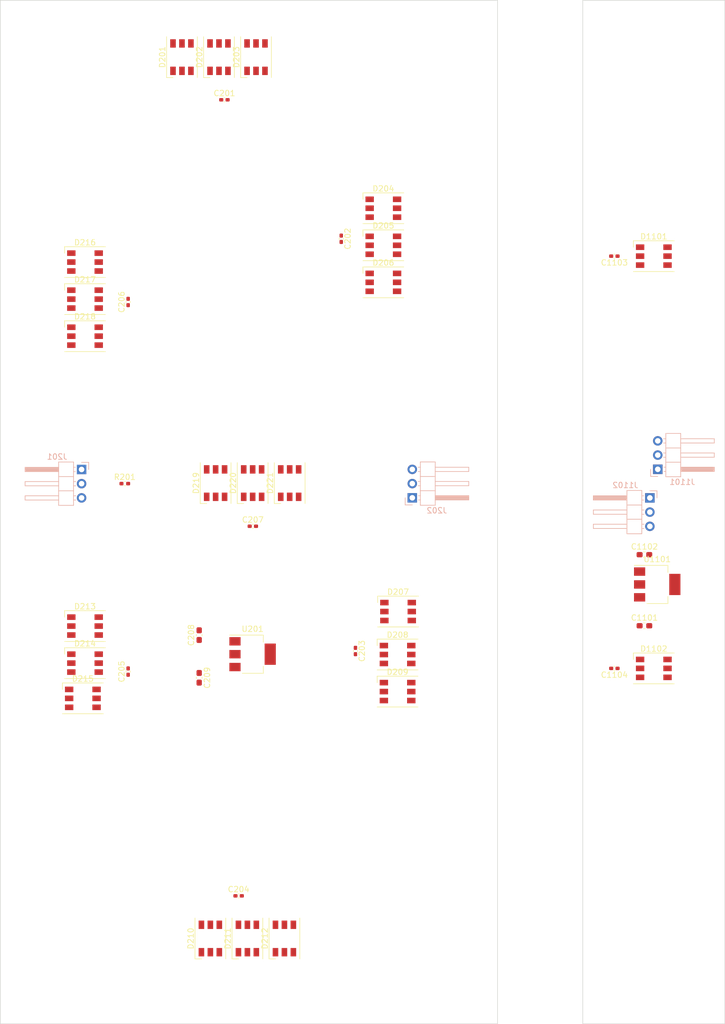
<source format=kicad_pcb>
(kicad_pcb (version 20221018) (generator pcbnew)
  (layers (0 "F.Cu" signal) (31 "B.Cu" signal) (34 "B.Paste" user) (35 "F.Paste" user) (36 "B.SilkS" user "B.Silkscreen") (37 "F.SilkS" user "F.Silkscreen") (38 "B.Mask" user) (39 "F.Mask" user) (44 "Edge.Cuts" user))
  (net 0 "")
  (net 1 "/Day 100s/V5_0")
  (net 2 "/Day 100s/GND")
  (net 3 "/Day 100s/VIN_12V")
  (net 4 "/Colon 1/VIN_12V")
  (net 5 "/Colon 1/GND")
  (net 6 "/Colon 1/V5_0")
  (net 7 "/Day 100s/A-B")
  (net 8 "/Day 100s/DATA_IN")
  (net 9 "/Day 100s/B-C")
  (net 10 "/Day 100s/C-D")
  (net 11 "/Day 100s/D-E")
  (net 12 "/Day 100s/E-F")
  (net 13 "/Day 100s/F-G")
  (net 14 "/Day 100s/DATA_OUT")
  (net 15 "/Colon 1/DATA_OUT")
  (net 16 "/Colon 1/DATA_IN")
  (net 17 "Net-(J201-Pin_2)")
  (footprint "Package_TO_SOT_SMD:SOT-223-3_TabPin2" (layer "F.Cu") (at 62.89 129.54)
    (fp_text reference "U201" (at 0 -4.5) (layer "F.SilkS"))
    (fp_text value "AZ1117-5.0")
    (pad "1" smd rect (at -3.15 -2.3) (size 2 1.5) (layers "F.Cu" "F.Paste" "F.Mask") (net 2 "/Day 100s/GND"))
    (pad "2" smd rect (at -3.15 0) (size 2 1.5) (layers "F.Cu" "F.Paste" "F.Mask") (net 1 "/Day 100s/V5_0"))
    (pad "2" smd rect (at 3.15 0) (size 2 3.8) (layers "F.Cu" "F.Paste" "F.Mask") (net 1 "/Day 100s/V5_0"))
    (pad "3" smd rect (at -3.15 2.3) (size 2 1.5) (layers "F.Cu" "F.Paste" "F.Mask") (net 3 "/Day 100s/VIN_12V"))
  )
  (footprint "LED_SMD:LED_WS2812_PLCC6_5.0x5.0mm_P1.6mm" (layer "F.Cu") (at 32.93 124.52)
    (fp_text reference "D213" (at 0 -3.5) (layer "F.SilkS"))
    (fp_text value "WS2813B")
    (pad "1" smd rect (at -2.45 -1.6) (size 1.5 1) (layers "F.Cu" "F.Paste" "F.Mask") (net 11 "/Day 100s/D-E"))
    (pad "2" smd rect (at -2.45 0) (size 1.5 1) (layers "F.Cu" "F.Paste" "F.Mask") (net 1 "/Day 100s/V5_0"))
    (pad "3" smd rect (at -2.45 1.6) (size 1.5 1) (layers "F.Cu" "F.Paste" "F.Mask") (net 11 "/Day 100s/D-E"))
    (pad "4" smd rect (at 2.45 1.6) (size 1.5 1) (layers "F.Cu" "F.Paste" "F.Mask") (net 10 "/Day 100s/C-D"))
    (pad "5" smd rect (at 2.45 0) (size 1.5 1) (layers "F.Cu" "F.Paste" "F.Mask") (net 2 "/Day 100s/GND"))
    (pad "6" smd rect (at 2.45 -1.6) (size 1.5 1) (layers "F.Cu" "F.Paste" "F.Mask") (net 10 "/Day 100s/C-D"))
  )
  (footprint "Package_TO_SOT_SMD:SOT-223-3_TabPin2" (layer "F.Cu") (at 135.23 117.08)
    (fp_text reference "U1101" (at 0 -4.5) (layer "F.SilkS"))
    (fp_text value "AZ1117-5.0")
    (pad "1" smd rect (at -3.15 -2.3) (size 2 1.5) (layers "F.Cu" "F.Paste" "F.Mask") (net 5 "/Colon 1/GND"))
    (pad "2" smd rect (at -3.15 0) (size 2 1.5) (layers "F.Cu" "F.Paste" "F.Mask") (net 6 "/Colon 1/V5_0"))
    (pad "2" smd rect (at 3.15 0) (size 2 3.8) (layers "F.Cu" "F.Paste" "F.Mask") (net 6 "/Colon 1/V5_0"))
    (pad "3" smd rect (at -3.15 2.3) (size 2 1.5) (layers "F.Cu" "F.Paste" "F.Mask") (net 4 "/Colon 1/VIN_12V"))
  )
  (footprint "LED_SMD:LED_WS2812_PLCC6_5.0x5.0mm_P1.6mm" (layer "F.Cu") (at 32.93 72.72)
    (fp_text reference "D218" (at 0 -3.5) (layer "F.SilkS"))
    (fp_text value "WS2813B")
    (pad "1" smd rect (at -2.45 -1.6) (size 1.5 1) (layers "F.Cu" "F.Paste" "F.Mask") (net 13 "/Day 100s/F-G"))
    (pad "2" smd rect (at -2.45 0) (size 1.5 1) (layers "F.Cu" "F.Paste" "F.Mask") (net 1 "/Day 100s/V5_0"))
    (pad "3" smd rect (at -2.45 1.6) (size 1.5 1) (layers "F.Cu" "F.Paste" "F.Mask") (net 13 "/Day 100s/F-G"))
    (pad "4" smd rect (at 2.45 1.6) (size 1.5 1) (layers "F.Cu" "F.Paste" "F.Mask") (net 12 "/Day 100s/E-F"))
    (pad "5" smd rect (at 2.45 0) (size 1.5 1) (layers "F.Cu" "F.Paste" "F.Mask") (net 2 "/Day 100s/GND"))
    (pad "6" smd rect (at 2.45 -1.6) (size 1.5 1) (layers "F.Cu" "F.Paste" "F.Mask") (net 12 "/Day 100s/E-F"))
  )
  (footprint "LED_SMD:LED_WS2812_PLCC6_5.0x5.0mm_P1.6mm" (layer "F.Cu") (at 88.9 121.92)
    (fp_text reference "D207" (at 0 -3.5) (layer "F.SilkS"))
    (fp_text value "WS2813B")
    (pad "1" smd rect (at -2.45 -1.6) (size 1.5 1) (layers "F.Cu" "F.Paste" "F.Mask") (net 10 "/Day 100s/C-D"))
    (pad "2" smd rect (at -2.45 0) (size 1.5 1) (layers "F.Cu" "F.Paste" "F.Mask") (net 1 "/Day 100s/V5_0"))
    (pad "3" smd rect (at -2.45 1.6) (size 1.5 1) (layers "F.Cu" "F.Paste" "F.Mask") (net 10 "/Day 100s/C-D"))
    (pad "4" smd rect (at 2.45 1.6) (size 1.5 1) (layers "F.Cu" "F.Paste" "F.Mask") (net 9 "/Day 100s/B-C"))
    (pad "5" smd rect (at 2.45 0) (size 1.5 1) (layers "F.Cu" "F.Paste" "F.Mask") (net 2 "/Day 100s/GND"))
    (pad "6" smd rect (at 2.45 -1.6) (size 1.5 1) (layers "F.Cu" "F.Paste" "F.Mask") (net 9 "/Day 100s/B-C"))
  )
  (footprint "LED_SMD:LED_WS2812_PLCC6_5.0x5.0mm_P1.6mm" (layer "F.Cu") (at 134.62 132.08)
    (fp_text reference "D1102" (at 0 -3.5) (layer "F.SilkS"))
    (fp_text value "WS2813B")
    (pad "1" smd rect (at -2.45 -1.6) (size 1.5 1) (layers "F.Cu" "F.Paste" "F.Mask") (net 15 "/Colon 1/DATA_OUT"))
    (pad "2" smd rect (at -2.45 0) (size 1.5 1) (layers "F.Cu" "F.Paste" "F.Mask") (net 6 "/Colon 1/V5_0"))
    (pad "3" smd rect (at -2.45 1.6) (size 1.5 1) (layers "F.Cu" "F.Paste" "F.Mask") (net 15 "/Colon 1/DATA_OUT"))
    (pad "4" smd rect (at 2.45 1.6) (size 1.5 1) (layers "F.Cu" "F.Paste" "F.Mask") (net 16 "/Colon 1/DATA_IN"))
    (pad "5" smd rect (at 2.45 0) (size 1.5 1) (layers "F.Cu" "F.Paste" "F.Mask") (net 5 "/Colon 1/GND"))
    (pad "6" smd rect (at 2.45 -1.6) (size 1.5 1) (layers "F.Cu" "F.Paste" "F.Mask") (net 16 "/Colon 1/DATA_IN"))
  )
  (footprint "Resistor_SMD:R_0402_1005Metric_Pad0.72x0.64mm_HandSolder" (layer "F.Cu") (at 40.0425 99.06)
    (fp_text reference "R201" (at 0 -1.17) (layer "F.SilkS"))
    (fp_text value "220Ω")
    (pad "1" smd roundrect (at -0.5975 0) (size 0.715 0.64) (layers "F.Cu" "F.Paste" "F.Mask") (net 17 "Net-(J201-Pin_2)"))
    (pad "2" smd roundrect (at 0.5975 0) (size 0.715 0.64) (layers "F.Cu" "F.Paste" "F.Mask") (net 8 "/Day 100s/DATA_IN"))
  )
  (footprint "LED_SMD:LED_WS2812_PLCC6_5.0x5.0mm_P1.6mm" (layer "F.Cu") (at 88.81 136.22)
    (fp_text reference "D209" (at 0 -3.5) (layer "F.SilkS"))
    (fp_text value "WS2813B")
    (pad "1" smd rect (at -2.45 -1.6) (size 1.5 1) (layers "F.Cu" "F.Paste" "F.Mask") (net 10 "/Day 100s/C-D"))
    (pad "2" smd rect (at -2.45 0) (size 1.5 1) (layers "F.Cu" "F.Paste" "F.Mask") (net 1 "/Day 100s/V5_0"))
    (pad "3" smd rect (at -2.45 1.6) (size 1.5 1) (layers "F.Cu" "F.Paste" "F.Mask") (net 10 "/Day 100s/C-D"))
    (pad "4" smd rect (at 2.45 1.6) (size 1.5 1) (layers "F.Cu" "F.Paste" "F.Mask") (net 9 "/Day 100s/B-C"))
    (pad "5" smd rect (at 2.45 0) (size 1.5 1) (layers "F.Cu" "F.Paste" "F.Mask") (net 2 "/Day 100s/GND"))
    (pad "6" smd rect (at 2.45 -1.6) (size 1.5 1) (layers "F.Cu" "F.Paste" "F.Mask") (net 9 "/Day 100s/B-C"))
  )
  (footprint "Capacitor_SMD:C_0402_1005Metric_Pad0.74x0.62mm_HandSolder" (layer "F.Cu") (at 78.74 55.3125 -90)
    (fp_text reference "C202" (at 0 -1.16 90) (layer "F.SilkS"))
    (fp_text value "1uF")
    (pad "1" smd roundrect (at -0.5675 0 270) (size 0.735 0.62) (layers "F.Cu" "F.Paste" "F.Mask") (net 1 "/Day 100s/V5_0"))
    (pad "2" smd roundrect (at 0.5675 0 270) (size 0.735 0.62) (layers "F.Cu" "F.Paste" "F.Mask") (net 2 "/Day 100s/GND"))
  )
  (footprint "LED_SMD:LED_WS2812_PLCC6_5.0x5.0mm_P1.6mm" (layer "F.Cu") (at 56.28 98.969999 90)
    (fp_text reference "D219" (at 0 -3.5 90) (layer "F.SilkS"))
    (fp_text value "WS2813B")
    (pad "1" smd rect (at -2.45 -1.6 90) (size 1.5 1) (layers "F.Cu" "F.Paste" "F.Mask") (net 14 "/Day 100s/DATA_OUT"))
    (pad "2" smd rect (at -2.45 0 90) (size 1.5 1) (layers "F.Cu" "F.Paste" "F.Mask") (net 1 "/Day 100s/V5_0"))
    (pad "3" smd rect (at -2.45 1.6 90) (size 1.5 1) (layers "F.Cu" "F.Paste" "F.Mask") (net 14 "/Day 100s/DATA_OUT"))
    (pad "4" smd rect (at 2.45 1.6 90) (size 1.5 1) (layers "F.Cu" "F.Paste" "F.Mask") (net 13 "/Day 100s/F-G"))
    (pad "5" smd rect (at 2.45 0 90) (size 1.5 1) (layers "F.Cu" "F.Paste" "F.Mask") (net 2 "/Day 100s/GND"))
    (pad "6" smd rect (at 2.45 -1.6 90) (size 1.5 1) (layers "F.Cu" "F.Paste" "F.Mask") (net 13 "/Day 100s/F-G"))
  )
  (footprint "LED_SMD:LED_WS2812_PLCC6_5.0x5.0mm_P1.6mm" (layer "F.Cu") (at 32.93 66.1)
    (fp_text reference "D217" (at 0 -3.5) (layer "F.SilkS"))
    (fp_text value "WS2813B")
    (pad "1" smd rect (at -2.45 -1.6) (size 1.5 1) (layers "F.Cu" "F.Paste" "F.Mask") (net 12 "/Day 100s/E-F"))
    (pad "2" smd rect (at -2.45 0) (size 1.5 1) (layers "F.Cu" "F.Paste" "F.Mask") (net 1 "/Day 100s/V5_0"))
    (pad "3" smd rect (at -2.45 1.6) (size 1.5 1) (layers "F.Cu" "F.Paste" "F.Mask") (net 12 "/Day 100s/E-F"))
    (pad "4" smd rect (at 2.45 1.6) (size 1.5 1) (layers "F.Cu" "F.Paste" "F.Mask") (net 11 "/Day 100s/D-E"))
    (pad "5" smd rect (at 2.45 0) (size 1.5 1) (layers "F.Cu" "F.Paste" "F.Mask") (net 2 "/Day 100s/GND"))
    (pad "6" smd rect (at 2.45 -1.6) (size 1.5 1) (layers "F.Cu" "F.Paste" "F.Mask") (net 11 "/Day 100s/D-E"))
  )
  (footprint "LED_SMD:LED_WS2812_PLCC6_5.0x5.0mm_P1.6mm" (layer "F.Cu") (at 55.34 180.34 90)
    (fp_text reference "D210" (at 0 -3.5 90) (layer "F.SilkS"))
    (fp_text value "WS2813B")
    (pad "1" smd rect (at -2.45 -1.6 90) (size 1.5 1) (layers "F.Cu" "F.Paste" "F.Mask") (net 11 "/Day 100s/D-E"))
    (pad "2" smd rect (at -2.45 0 90) (size 1.5 1) (layers "F.Cu" "F.Paste" "F.Mask") (net 1 "/Day 100s/V5_0"))
    (pad "3" smd rect (at -2.45 1.6 90) (size 1.5 1) (layers "F.Cu" "F.Paste" "F.Mask") (net 11 "/Day 100s/D-E"))
    (pad "4" smd rect (at 2.45 1.6 90) (size 1.5 1) (layers "F.Cu" "F.Paste" "F.Mask") (net 10 "/Day 100s/C-D"))
    (pad "5" smd rect (at 2.45 0 90) (size 1.5 1) (layers "F.Cu" "F.Paste" "F.Mask") (net 2 "/Day 100s/GND"))
    (pad "6" smd rect (at 2.45 -1.6 90) (size 1.5 1) (layers "F.Cu" "F.Paste" "F.Mask") (net 10 "/Day 100s/C-D"))
  )
  (footprint "LED_SMD:LED_WS2812_PLCC6_5.0x5.0mm_P1.6mm" (layer "F.Cu") (at 68.58 180.34 90)
    (fp_text reference "D212" (at 0 -3.5 90) (layer "F.SilkS"))
    (fp_text value "WS2813B")
    (pad "1" smd rect (at -2.45 -1.6 90) (size 1.5 1) (layers "F.Cu" "F.Paste" "F.Mask") (net 13 "/Day 100s/F-G"))
    (pad "2" smd rect (at -2.45 0 90) (size 1.5 1) (layers "F.Cu" "F.Paste" "F.Mask") (net 1 "/Day 100s/V5_0"))
    (pad "3" smd rect (at -2.45 1.6 90) (size 1.5 1) (layers "F.Cu" "F.Paste" "F.Mask") (net 13 "/Day 100s/F-G"))
    (pad "4" smd rect (at 2.45 1.6 90) (size 1.5 1) (layers "F.Cu" "F.Paste" "F.Mask") (net 12 "/Day 100s/E-F"))
    (pad "5" smd rect (at 2.45 0 90) (size 1.5 1) (layers "F.Cu" "F.Paste" "F.Mask") (net 2 "/Day 100s/GND"))
    (pad "6" smd rect (at 2.45 -1.6 90) (size 1.5 1) (layers "F.Cu" "F.Paste" "F.Mask") (net 12 "/Day 100s/E-F"))
  )
  (footprint "LED_SMD:LED_WS2812_PLCC6_5.0x5.0mm_P1.6mm" (layer "F.Cu") (at 86.27 49.86)
    (fp_text reference "D204" (at 0 -3.5) (layer "F.SilkS"))
    (fp_text value "WS2813B")
    (pad "1" smd rect (at -2.45 -1.6) (size 1.5 1) (layers "F.Cu" "F.Paste" "F.Mask") (net 9 "/Day 100s/B-C"))
    (pad "2" smd rect (at -2.45 0) (size 1.5 1) (layers "F.Cu" "F.Paste" "F.Mask") (net 1 "/Day 100s/V5_0"))
    (pad "3" smd rect (at -2.45 1.6) (size 1.5 1) (layers "F.Cu" "F.Paste" "F.Mask") (net 9 "/Day 100s/B-C"))
    (pad "4" smd rect (at 2.45 1.6) (size 1.5 1) (layers "F.Cu" "F.Paste" "F.Mask") (net 7 "/Day 100s/A-B"))
    (pad "5" smd rect (at 2.45 0) (size 1.5 1) (layers "F.Cu" "F.Paste" "F.Mask") (net 2 "/Day 100s/GND"))
    (pad "6" smd rect (at 2.45 -1.6) (size 1.5 1) (layers "F.Cu" "F.Paste" "F.Mask") (net 7 "/Day 100s/A-B"))
  )
  (footprint "Capacitor_SMD:C_0603_1608Metric_Pad1.08x0.95mm_HandSolder" (layer "F.Cu") (at 132.9425 111.76)
    (fp_text reference "C1102" (at 0 -1.43) (layer "F.SilkS"))
    (fp_text value "10uF")
    (pad "1" smd roundrect (at -0.8625 0) (size 1.075 0.95) (layers "F.Cu" "F.Paste" "F.Mask") (net 6 "/Colon 1/V5_0"))
    (pad "2" smd roundrect (at 0.8625 0) (size 1.075 0.95) (layers "F.Cu" "F.Paste" "F.Mask") (net 5 "/Colon 1/GND"))
  )
  (footprint "Capacitor_SMD:C_0402_1005Metric_Pad0.74x0.62mm_HandSolder" (layer "F.Cu") (at 60.3925 172.72)
    (fp_text reference "C204" (at 0 -1.16) (layer "F.SilkS"))
    (fp_text value "1uF")
    (pad "1" smd roundrect (at -0.5675 0) (size 0.735 0.62) (layers "F.Cu" "F.Paste" "F.Mask") (net 1 "/Day 100s/V5_0"))
    (pad "2" smd roundrect (at 0.5675 0) (size 0.735 0.62) (layers "F.Cu" "F.Paste" "F.Mask") (net 2 "/Day 100s/GND"))
  )
  (footprint "Capacitor_SMD:C_0603_1608Metric_Pad1.08x0.95mm_HandSolder" (layer "F.Cu") (at 132.9425 124.46)
    (fp_text reference "C1101" (at 0 -1.43) (layer "F.SilkS"))
    (fp_text value "10uF")
    (pad "1" smd roundrect (at -0.8625 0) (size 1.075 0.95) (layers "F.Cu" "F.Paste" "F.Mask") (net 4 "/Colon 1/VIN_12V"))
    (pad "2" smd roundrect (at 0.8625 0) (size 1.075 0.95) (layers "F.Cu" "F.Paste" "F.Mask") (net 5 "/Colon 1/GND"))
  )
  (footprint "Capacitor_SMD:C_0402_1005Metric_Pad0.74x0.62mm_HandSolder" (layer "F.Cu") (at 40.64 132.6475 90)
    (fp_text reference "C205" (at 0 -1.16 90) (layer "F.SilkS"))
    (fp_text value "1uF")
    (pad "1" smd roundrect (at -0.5675 0 90) (size 0.735 0.62) (layers "F.Cu" "F.Paste" "F.Mask") (net 1 "/Day 100s/V5_0"))
    (pad "2" smd roundrect (at 0.5675 0 90) (size 0.735 0.62) (layers "F.Cu" "F.Paste" "F.Mask") (net 2 "/Day 100s/GND"))
  )
  (footprint "LED_SMD:LED_WS2812_PLCC6_5.0x5.0mm_P1.6mm" (layer "F.Cu") (at 69.52 98.97 90)
    (fp_text reference "D221" (at 0 -3.5 90) (layer "F.SilkS"))
    (fp_text value "WS2813B")
    (pad "1" smd rect (at -2.45 -1.6 90) (size 1.5 1) (layers "F.Cu" "F.Paste" "F.Mask") (net 14 "/Day 100s/DATA_OUT"))
    (pad "2" smd rect (at -2.45 0 90) (size 1.5 1) (layers "F.Cu" "F.Paste" "F.Mask") (net 1 "/Day 100s/V5_0"))
    (pad "3" smd rect (at -2.45 1.6 90) (size 1.5 1) (layers "F.Cu" "F.Paste" "F.Mask") (net 14 "/Day 100s/DATA_OUT"))
    (pad "4" smd rect (at 2.45 1.6 90) (size 1.5 1) (layers "F.Cu" "F.Paste" "F.Mask") (net 13 "/Day 100s/F-G"))
    (pad "5" smd rect (at 2.45 0 90) (size 1.5 1) (layers "F.Cu" "F.Paste" "F.Mask") (net 2 "/Day 100s/GND"))
    (pad "6" smd rect (at 2.45 -1.6 90) (size 1.5 1) (layers "F.Cu" "F.Paste" "F.Mask") (net 13 "/Day 100s/F-G"))
  )
  (footprint "LED_SMD:LED_WS2812_PLCC6_5.0x5.0mm_P1.6mm" (layer "F.Cu") (at 134.62 58.42)
    (fp_text reference "D1101" (at 0 -3.5) (layer "F.SilkS"))
    (fp_text value "WS2813B")
    (pad "1" smd rect (at -2.45 -1.6) (size 1.5 1) (layers "F.Cu" "F.Paste" "F.Mask") (net 15 "/Colon 1/DATA_OUT"))
    (pad "2" smd rect (at -2.45 0) (size 1.5 1) (layers "F.Cu" "F.Paste" "F.Mask") (net 6 "/Colon 1/V5_0"))
    (pad "3" smd rect (at -2.45 1.6) (size 1.5 1) (layers "F.Cu" "F.Paste" "F.Mask") (net 15 "/Colon 1/DATA_OUT"))
    (pad "4" smd rect (at 2.45 1.6) (size 1.5 1) (layers "F.Cu" "F.Paste" "F.Mask") (net 16 "/Colon 1/DATA_IN"))
    (pad "5" smd rect (at 2.45 0) (size 1.5 1) (layers "F.Cu" "F.Paste" "F.Mask") (net 5 "/Colon 1/GND"))
    (pad "6" smd rect (at 2.45 -1.6) (size 1.5 1) (layers "F.Cu" "F.Paste" "F.Mask") (net 16 "/Colon 1/DATA_IN"))
  )
  (footprint "LED_SMD:LED_WS2812_PLCC6_5.0x5.0mm_P1.6mm" (layer "F.Cu") (at 86.27 63.1)
    (fp_text reference "D206" (at 0 -3.5) (layer "F.SilkS"))
    (fp_text value "WS2813B")
    (pad "1" smd rect (at -2.45 -1.6) (size 1.5 1) (layers "F.Cu" "F.Paste" "F.Mask") (net 9 "/Day 100s/B-C"))
    (pad "2" smd rect (at -2.45 0) (size 1.5 1) (layers "F.Cu" "F.Paste" "F.Mask") (net 1 "/Day 100s/V5_0"))
    (pad "3" smd rect (at -2.45 1.6) (size 1.5 1) (layers "F.Cu" "F.Paste" "F.Mask") (net 9 "/Day 100s/B-C"))
    (pad "4" smd rect (at 2.45 1.6) (size 1.5 1) (layers "F.Cu" "F.Paste" "F.Mask") (net 7 "/Day 100s/A-B"))
    (pad "5" smd rect (at 2.45 0) (size 1.5 1) (layers "F.Cu" "F.Paste" "F.Mask") (net 2 "/Day 100s/GND"))
    (pad "6" smd rect (at 2.45 -1.6) (size 1.5 1) (layers "F.Cu" "F.Paste" "F.Mask") (net 7 "/Day 100s/A-B"))
  )
  (footprint "Capacitor_SMD:C_0402_1005Metric_Pad0.74x0.62mm_HandSolder" (layer "F.Cu") (at 40.64 66.6075 90)
    (fp_text reference "C206" (at 0 -1.16 90) (layer "F.SilkS"))
    (fp_text value "1uF")
    (pad "1" smd roundrect (at -0.5675 0 90) (size 0.735 0.62) (layers "F.Cu" "F.Paste" "F.Mask") (net 1 "/Day 100s/V5_0"))
    (pad "2" smd roundrect (at 0.5675 0 90) (size 0.735 0.62) (layers "F.Cu" "F.Paste" "F.Mask") (net 2 "/Day 100s/GND"))
  )
  (footprint "Capacitor_SMD:C_0402_1005Metric_Pad0.74x0.62mm_HandSolder" (layer "F.Cu") (at 62.9325 106.68)
    (fp_text reference "C207" (at 0 -1.16) (layer "F.SilkS"))
    (fp_text value "1uF")
    (pad "1" smd roundrect (at -0.5675 0) (size 0.735 0.62) (layers "F.Cu" "F.Paste" "F.Mask") (net 1 "/Day 100s/V5_0"))
    (pad "2" smd roundrect (at 0.5675 0) (size 0.735 0.62) (layers "F.Cu" "F.Paste" "F.Mask") (net 2 "/Day 100s/GND"))
  )
  (footprint "LED_SMD:LED_WS2812_PLCC6_5.0x5.0mm_P1.6mm" (layer "F.Cu") (at 32.545 137.435)
    (fp_text reference "D215" (at 0 -3.5) (layer "F.SilkS"))
    (fp_text value "WS2813B")
    (pad "1" smd rect (at -2.45 -1.6) (size 1.5 1) (layers "F.Cu" "F.Paste" "F.Mask") (net 13 "/Day 100s/F-G"))
    (pad "2" smd rect (at -2.45 0) (size 1.5 1) (layers "F.Cu" "F.Paste" "F.Mask") (net 1 "/Day 100s/V5_0"))
    (pad "3" smd rect (at -2.45 1.6) (size 1.5 1) (layers "F.Cu" "F.Paste" "F.Mask") (net 13 "/Day 100s/F-G"))
    (pad "4" smd rect (at 2.45 1.6) (size 1.5 1) (layers "F.Cu" "F.Paste" "F.Mask") (net 12 "/Day 100s/E-F"))
    (pad "5" smd rect (at 2.45 0) (size 1.5 1) (layers "F.Cu" "F.Paste" "F.Mask") (net 2 "/Day 100s/GND"))
    (pad "6" smd rect (at 2.45 -1.6) (size 1.5 1) (layers "F.Cu" "F.Paste" "F.Mask") (net 12 "/Day 100s/E-F"))
  )
  (footprint "Capacitor_SMD:C_0402_1005Metric_Pad0.74x0.62mm_HandSolder" (layer "F.Cu") (at 127.5675 58.42 180)
    (fp_text reference "C1103" (at 0 -1.16) (layer "F.SilkS"))
    (fp_text value "1uF")
    (pad "1" smd roundrect (at -0.5675 0 180) (size 0.735 0.62) (layers "F.Cu" "F.Paste" "F.Mask") (net 6 "/Colon 1/V5_0"))
    (pad "2" smd roundrect (at 0.5675 0 180) (size 0.735 0.62) (layers "F.Cu" "F.Paste" "F.Mask") (net 5 "/Colon 1/GND"))
  )
  (footprint "LED_SMD:LED_WS2812_PLCC6_5.0x5.0mm_P1.6mm" (layer "F.Cu") (at 56.88 22.86 90)
    (fp_text reference "D202" (at 0 -3.5 90) (layer "F.SilkS"))
    (fp_text value "WS2813B")
    (pad "1" smd rect (at -2.45 -1.6 90) (size 1.5 1) (layers "F.Cu" "F.Paste" "F.Mask") (net 7 "/Day 100s/A-B"))
    (pad "2" smd rect (at -2.45 0 90) (size 1.5 1) (layers "F.Cu" "F.Paste" "F.Mask") (net 1 "/Day 100s/V5_0"))
    (pad "3" smd rect (at -2.45 1.6 90) (size 1.5 1) (layers "F.Cu" "F.Paste" "F.Mask") (net 7 "/Day 100s/A-B"))
    (pad "4" smd rect (at 2.45 1.6 90) (size 1.5 1) (layers "F.Cu" "F.Paste" "F.Mask") (net 8 "/Day 100s/DATA_IN"))
    (pad "5" smd rect (at 2.45 0 90) (size 1.5 1) (layers "F.Cu" "F.Paste" "F.Mask") (net 2 "/Day 100s/GND"))
    (pad "6" smd rect (at 2.45 -1.6 90) (size 1.5 1) (layers "F.Cu" "F.Paste" "F.Mask") (net 8 "/Day 100s/DATA_IN"))
  )
  (footprint "LED_SMD:LED_WS2812_PLCC6_5.0x5.0mm_P1.6mm" (layer "F.Cu") (at 88.81 129.6)
    (fp_text reference "D208" (at 0 -3.5) (layer "F.SilkS"))
    (fp_text value "WS2813B")
    (pad "1" smd rect (at -2.45 -1.6) (size 1.5 1) (layers "F.Cu" "F.Paste" "F.Mask") (net 10 "/Day 100s/C-D"))
    (pad "2" smd rect (at -2.45 0) (size 1.5 1) (layers "F.Cu" "F.Paste" "F.Mask") (net 1 "/Day 100s/V5_0"))
    (pad "3" smd rect (at -2.45 1.6) (size 1.5 1) (layers "F.Cu" "F.Paste" "F.Mask") (net 10 "/Day 100s/C-D"))
    (pad "4" smd rect (at 2.45 1.6) (size 1.5 1) (layers "F.Cu" "F.Paste" "F.Mask") (net 9 "/Day 100s/B-C"))
    (pad "5" smd rect (at 2.45 0) (size 1.5 1) (layers "F.Cu" "F.Paste" "F.Mask") (net 2 "/Day 100s/GND"))
    (pad "6" smd rect (at 2.45 -1.6) (size 1.5 1) (layers "F.Cu" "F.Paste" "F.Mask") (net 9 "/Day 100s/B-C"))
  )
  (footprint "LED_SMD:LED_WS2812_PLCC6_5.0x5.0mm_P1.6mm" (layer "F.Cu") (at 32.93 131.14)
    (fp_text reference "D214" (at 0 -3.5) (layer "F.SilkS"))
    (fp_text value "WS2813B")
    (pad "1" smd rect (at -2.45 -1.6) (size 1.5 1) (layers "F.Cu" "F.Paste" "F.Mask") (net 12 "/Day 100s/E-F"))
    (pad "2" smd rect (at -2.45 0) (size 1.5 1) (layers "F.Cu" "F.Paste" "F.Mask") (net 1 "/Day 100s/V5_0"))
    (pad "3" smd rect (at -2.45 1.6) (size 1.5 1) (layers "F.Cu" "F.Paste" "F.Mask") (net 12 "/Day 100s/E-F"))
    (pad "4" smd rect (at 2.45 1.6) (size 1.5 1) (layers "F.Cu" "F.Paste" "F.Mask") (net 11 "/Day 100s/D-E"))
    (pad "5" smd rect (at 2.45 0) (size 1.5 1) (layers "F.Cu" "F.Paste" "F.Mask") (net 2 "/Day 100s/GND"))
    (pad "6" smd rect (at 2.45 -1.6) (size 1.5 1) (layers "F.Cu" "F.Paste" "F.Mask") (net 11 "/Day 100s/D-E"))
  )
  (footprint "LED_SMD:LED_WS2812_PLCC6_5.0x5.0mm_P1.6mm" (layer "F.Cu") (at 50.26 22.86 90)
    (fp_text reference "D201" (at 0 -3.5 90) (layer "F.SilkS"))
    (fp_text value "WS2813B")
    (pad "1" smd rect (at -2.45 -1.6 90) (size 1.5 1) (layers "F.Cu" "F.Paste" "F.Mask") (net 7 "/Day 100s/A-B"))
    (pad "2" smd rect (at -2.45 0 90) (size 1.5 1) (layers "F.Cu" "F.Paste" "F.Mask") (net 1 "/Day 100s/V5_0"))
    (pad "3" smd rect (at -2.45 1.6 90) (size 1.5 1) (layers "F.Cu" "F.Paste" "F.Mask") (net 7 "/Day 100s/A-B"))
    (pad "4" smd rect (at 2.45 1.6 90) (size 1.5 1) (layers "F.Cu" "F.Paste" "F.Mask") (net 8 "/Day 100s/DATA_IN"))
    (pad "5" smd rect (at 2.45 0 90) (size 1.5 1) (layers "F.Cu" "F.Paste" "F.Mask") (net 2 "/Day 100s/GND"))
    (pad "6" smd rect (at 2.45 -1.6 90) (size 1.5 1) (layers "F.Cu" "F.Paste" "F.Mask") (net 8 "/Day 100s/DATA_IN"))
  )
  (footprint "Capacitor_SMD:C_0402_1005Metric_Pad0.74x0.62mm_HandSolder" (layer "F.Cu") (at 127.5675 132.08 180)
    (fp_text reference "C1104" (at 0 -1.16) (layer "F.SilkS"))
    (fp_text value "1uF")
    (pad "1" smd roundrect (at -0.5675 0 180) (size 0.735 0.62) (layers "F.Cu" "F.Paste" "F.Mask") (net 6 "/Colon 1/V5_0"))
    (pad "2" smd roundrect (at 0.5675 0 180) (size 0.735 0.62) (layers "F.Cu" "F.Paste" "F.Mask") (net 5 "/Colon 1/GND"))
  )
  (footprint "LED_SMD:LED_WS2812_PLCC6_5.0x5.0mm_P1.6mm" (layer "F.Cu") (at 62.9 98.97 90)
    (fp_text reference "D220" (at 0 -3.5 90) (layer "F.SilkS"))
    (fp_text value "WS2813B")
    (pad "1" smd rect (at -2.45 -1.6 90) (size 1.5 1) (layers "F.Cu" "F.Paste" "F.Mask") (net 14 "/Day 100s/DATA_OUT"))
    (pad "2" smd rect (at -2.45 0 90) (size 1.5 1) (layers "F.Cu" "F.Paste" "F.Mask") (net 1 "/Day 100s/V5_0"))
    (pad "3" smd rect (at -2.45 1.6 90) (size 1.5 1) (layers "F.Cu" "F.Paste" "F.Mask") (net 14 "/Day 100s/DATA_OUT"))
    (pad "4" smd rect (at 2.45 1.6 90) (size 1.5 1) (layers "F.Cu" "F.Paste" "F.Mask") (net 13 "/Day 100s/F-G"))
    (pad "5" smd rect (at 2.45 0 90) (size 1.5 1) (layers "F.Cu" "F.Paste" "F.Mask") (net 2 "/Day 100s/GND"))
    (pad "6" smd rect (at 2.45 -1.6 90) (size 1.5 1) (layers "F.Cu" "F.Paste" "F.Mask") (net 13 "/Day 100s/F-G"))
  )
  (footprint "Capacitor_SMD:C_0402_1005Metric_Pad0.74x0.62mm_HandSolder" (layer "F.Cu") (at 57.8525 30.48)
    (fp_text reference "C201" (at 0 -1.16) (layer "F.SilkS"))
    (fp_text value "1uF")
    (pad "1" smd roundrect (at -0.5675 0) (size 0.735 0.62) (layers "F.Cu" "F.Paste" "F.Mask") (net 1 "/Day 100s/V5_0"))
    (pad "2" smd roundrect (at 0.5675 0) (size 0.735 0.62) (layers "F.Cu" "F.Paste" "F.Mask") (net 2 "/Day 100s/GND"))
  )
  (footprint "Capacitor_SMD:C_0402_1005Metric_Pad0.74x0.62mm_HandSolder" (layer "F.Cu") (at 81.28 128.9725 -90)
    (fp_text reference "C203" (at 0 -1.16 90) (layer "F.SilkS"))
    (fp_text value "1uF")
    (pad "1" smd roundrect (at -0.5675 0 270) (size 0.735 0.62) (layers "F.Cu" "F.Paste" "F.Mask") (net 1 "/Day 100s/V5_0"))
    (pad "2" smd roundrect (at 0.5675 0 270) (size 0.735 0.62) (layers "F.Cu" "F.Paste" "F.Mask") (net 2 "/Day 100s/GND"))
  )
  (footprint "Capacitor_SMD:C_0603_1608Metric_Pad1.08x0.95mm_HandSolder" (layer "F.Cu") (at 53.34 133.757499 -90)
    (fp_text reference "C209" (at 0 -1.43 90) (layer "F.SilkS"))
    (fp_text value "10uF")
    (pad "1" smd roundrect (at -0.8625 0 270) (size 1.075 0.95) (layers "F.Cu" "F.Paste" "F.Mask") (net 3 "/Day 100s/VIN_12V"))
    (pad "2" smd roundrect (at 0.8625 0 270) (size 1.075 0.95) (layers "F.Cu" "F.Paste" "F.Mask") (net 2 "/Day 100s/GND"))
  )
  (footprint "Capacitor_SMD:C_0603_1608Metric_Pad1.08x0.95mm_HandSolder" (layer "F.Cu") (at 53.34 126.137499 90)
    (fp_text reference "C208" (at 0 -1.43 90) (layer "F.SilkS"))
    (fp_text value "10uF")
    (pad "1" smd roundrect (at -0.8625 0 90) (size 1.075 0.95) (layers "F.Cu" "F.Paste" "F.Mask") (net 1 "/Day 100s/V5_0"))
    (pad "2" smd roundrect (at 0.8625 0 90) (size 1.075 0.95) (layers "F.Cu" "F.Paste" "F.Mask") (net 2 "/Day 100s/GND"))
  )
  (footprint "LED_SMD:LED_WS2812_PLCC6_5.0x5.0mm_P1.6mm" (layer "F.Cu") (at 61.96 180.34 90)
    (fp_text reference "D211" (at 0 -3.5 90) (layer "F.SilkS"))
    (fp_text value "WS2813B")
    (pad "1" smd rect (at -2.45 -1.6 90) (size 1.5 1) (layers "F.Cu" "F.Paste" "F.Mask") (net 12 "/Day 100s/E-F"))
    (pad "2" smd rect (at -2.45 0 90) (size 1.5 1) (layers "F.Cu" "F.Paste" "F.Mask") (net 1 "/Day 100s/V5_0"))
    (pad "3" smd rect (at -2.45 1.6 90) (size 1.5 1) (layers "F.Cu" "F.Paste" "F.Mask") (net 12 "/Day 100s/E-F"))
    (pad "4" smd rect (at 2.45 1.6 90) (size 1.5 1) (layers "F.Cu" "F.Paste" "F.Mask") (net 11 "/Day 100s/D-E"))
    (pad "5" smd rect (at 2.45 0 90) (size 1.5 1) (layers "F.Cu" "F.Paste" "F.Mask") (net 2 "/Day 100s/GND"))
    (pad "6" smd rect (at 2.45 -1.6 90) (size 1.5 1) (layers "F.Cu" "F.Paste" "F.Mask") (net 11 "/Day 100s/D-E"))
  )
  (footprint "LED_SMD:LED_WS2812_PLCC6_5.0x5.0mm_P1.6mm" (layer "F.Cu") (at 32.93 59.48)
    (fp_text reference "D216" (at 0 -3.5) (layer "F.SilkS"))
    (fp_text value "WS2813B")
    (pad "1" smd rect (at -2.45 -1.6) (size 1.5 1) (layers "F.Cu" "F.Paste" "F.Mask") (net 11 "/Day 100s/D-E"))
    (pad "2" smd rect (at -2.45 0) (size 1.5 1) (layers "F.Cu" "F.Paste" "F.Mask") (net 1 "/Day 100s/V5_0"))
    (pad "3" smd rect (at -2.45 1.6) (size 1.5 1) (layers "F.Cu" "F.Paste" "F.Mask") (net 11 "/Day 100s/D-E"))
    (pad "4" smd rect (at 2.45 1.6) (size 1.5 1) (layers "F.Cu" "F.Paste" "F.Mask") (net 10 "/Day 100s/C-D"))
    (pad "5" smd rect (at 2.45 0) (size 1.5 1) (layers "F.Cu" "F.Paste" "F.Mask") (net 2 "/Day 100s/GND"))
    (pad "6" smd rect (at 2.45 -1.6) (size 1.5 1) (layers "F.Cu" "F.Paste" "F.Mask") (net 10 "/Day 100s/C-D"))
  )
  (footprint "LED_SMD:LED_WS2812_PLCC6_5.0x5.0mm_P1.6mm" (layer "F.Cu") (at 86.27 56.48)
    (fp_text reference "D205" (at 0 -3.5) (layer "F.SilkS"))
    (fp_text value "WS2813B")
    (pad "1" smd rect (at -2.45 -1.6) (size 1.5 1) (layers "F.Cu" "F.Paste" "F.Mask") (net 9 "/Day 100s/B-C"))
    (pad "2" smd rect (at -2.45 0) (size 1.5 1) (layers "F.Cu" "F.Paste" "F.Mask") (net 1 "/Day 100s/V5_0"))
    (pad "3" smd rect (at -2.45 1.6) (size 1.5 1) (layers "F.Cu" "F.Paste" "F.Mask") (net 9 "/Day 100s/B-C"))
    (pad "4" smd rect (at 2.45 1.6) (size 1.5 1) (layers "F.Cu" "F.Paste" "F.Mask") (net 7 "/Day 100s/A-B"))
    (pad "5" smd rect (at 2.45 0) (size 1.5 1) (layers "F.Cu" "F.Paste" "F.Mask") (net 2 "/Day 100s/GND"))
    (pad "6" smd rect (at 2.45 -1.6) (size 1.5 1) (layers "F.Cu" "F.Paste" "F.Mask") (net 7 "/Day 100s/A-B"))
  )
  (footprint "LED_SMD:LED_WS2812_PLCC6_5.0x5.0mm_P1.6mm" (layer "F.Cu") (at 63.5 22.86 90)
    (fp_text reference "D203" (at 0 -3.5 90) (layer "F.SilkS"))
    (fp_text value "WS2813B")
    (pad "1" smd rect (at -2.45 -1.6 90) (size 1.5 1) (layers "F.Cu" "F.Paste" "F.Mask") (net 7 "/Day 100s/A-B"))
    (pad "2" smd rect (at -2.45 0 90) (size 1.5 1) (layers "F.Cu" "F.Paste" "F.Mask") (net 1 "/Day 100s/V5_0"))
    (pad "3" smd rect (at -2.45 1.6 90) (size 1.5 1) (layers "F.Cu" "F.Paste" "F.Mask") (net 7 "/Day 100s/A-B"))
    (pad "4" smd rect (at 2.45 1.6 90) (size 1.5 1) (layers "F.Cu" "F.Paste" "F.Mask") (net 8 "/Day 100s/DATA_IN"))
    (pad "5" smd rect (at 2.45 0 90) (size 1.5 1) (layers "F.Cu" "F.Paste" "F.Mask") (net 2 "/Day 100s/GND"))
    (pad "6" smd rect (at 2.45 -1.6 90) (size 1.5 1) (layers "F.Cu" "F.Paste" "F.Mask") (net 8 "/Day 100s/DATA_IN"))
  )
  (footprint "Connector_PinHeader_2.54mm:PinHeader_1x03_P2.54mm_Horizontal" (layer "B.Cu") (at 91.44 101.599999)
    (fp_text reference "J202" (at 4.385 2.27) (layer "B.SilkS") (effects (justify mirror)))
    (fp_text value "Output")
    (pad "1" thru_hole rect (at 0 0) (size 1.7 1.7) (drill 1) (layers "*.Cu" "*.Mask") (net 3 "/Day 100s/VIN_12V"))
    (pad "2" thru_hole oval (at 0 -2.54) (size 1.7 1.7) (drill 1) (layers "*.Cu" "*.Mask") (net 14 "/Day 100s/DATA_OUT"))
    (pad "3" thru_hole oval (at 0 -5.08) (size 1.7 1.7) (drill 1) (layers "*.Cu" "*.Mask") (net 2 "/Day 100s/GND"))
  )
  (footprint "Connector_PinHeader_2.54mm:PinHeader_1x03_P2.54mm_Horizontal" (layer "B.Cu") (at 32.315 96.535 180)
    (fp_text reference "J201" (at 4.385 2.27) (layer "B.SilkS") (effects (justify mirror)))
    (fp_text value "Input")
    (pad "1" thru_hole rect (at 0 0 180) (size 1.7 1.7) (drill 1) (layers "*.Cu" "*.Mask") (net 3 "/Day 100s/VIN_12V"))
    (pad "2" thru_hole oval (at 0 -2.54 180) (size 1.7 1.7) (drill 1) (layers "*.Cu" "*.Mask") (net 17 "Net-(J201-Pin_2)"))
    (pad "3" thru_hole oval (at 0 -5.08 180) (size 1.7 1.7) (drill 1) (layers "*.Cu" "*.Mask") (net 2 "/Day 100s/GND"))
  )
  (footprint "Connector_PinHeader_2.54mm:PinHeader_1x03_P2.54mm_Horizontal" (layer "B.Cu") (at 135.325 96.505)
    (fp_text reference "J1101" (at 4.385 2.27) (layer "B.SilkS") (effects (justify mirror)))
    (fp_text value "Output")
    (pad "1" thru_hole rect (at 0 0) (size 1.7 1.7) (drill 1) (layers "*.Cu" "*.Mask") (net 4 "/Colon 1/VIN_12V"))
    (pad "2" thru_hole oval (at 0 -2.54) (size 1.7 1.7) (drill 1) (layers "*.Cu" "*.Mask") (net 15 "/Colon 1/DATA_OUT"))
    (pad "3" thru_hole oval (at 0 -5.08) (size 1.7 1.7) (drill 1) (layers "*.Cu" "*.Mask") (net 5 "/Colon 1/GND"))
  )
  (footprint "Connector_PinHeader_2.54mm:PinHeader_1x03_P2.54mm_Horizontal" (layer "B.Cu") (at 133.915 101.615 180)
    (fp_text reference "J1102" (at 4.385 2.27) (layer "B.SilkS") (effects (justify mirror)))
    (fp_text value "Output")
    (pad "1" thru_hole rect (at 0 0 180) (size 1.7 1.7) (drill 1) (layers "*.Cu" "*.Mask") (net 4 "/Colon 1/VIN_12V"))
    (pad "2" thru_hole oval (at 0 -2.54 180) (size 1.7 1.7) (drill 1) (layers "*.Cu" "*.Mask") (net 16 "/Colon 1/DATA_IN"))
    (pad "3" thru_hole oval (at 0 -5.08 180) (size 1.7 1.7) (drill 1) (layers "*.Cu" "*.Mask") (net 5 "/Colon 1/GND"))
  )
  (gr_rect (start 17.78 12.7) (end 106.68 195.58) (stroke (width 0.1)) (fill none) (layer "Edge.Cuts"))
  (gr_rect (start 121.92 12.7) (end 147.32 195.58) (stroke (width 0.1)) (fill none) (layer "Edge.Cuts"))
)
</source>
